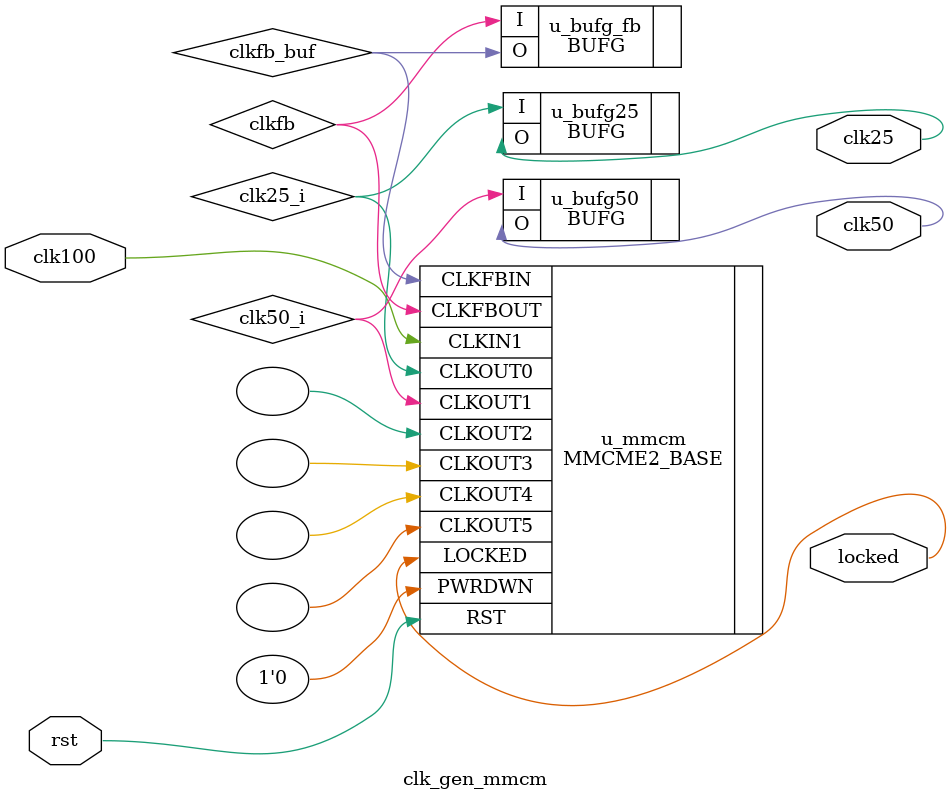
<source format=sv>
module clk_gen_mmcm(
    input  logic clk100,
    input  logic rst,       // Active-high.
    output logic clk25,
    output logic clk50,
    output logic locked
);
    // 100 MHz in -> VCO 800 MHz (x8) -> /32 = 25 MHz, /16 = 50 MHz
    logic clkfb, clkfb_buf;
    logic clk25_i, clk50_i;

    MMCME2_BASE #(
        .BANDWIDTH("OPTIMIZED"),
        .CLKIN1_PERIOD(10.000),
        .CLKFBOUT_MULT_F(8.000),
        .DIVCLK_DIVIDE(1),

        .CLKOUT0_DIVIDE_F(32.000),  // 25 MHz
        .CLKOUT1_DIVIDE(16),        // 50 MHz

        .CLKOUT0_PHASE(0.0),
        .CLKOUT1_PHASE(0.0),
        .CLKOUT0_DUTY_CYCLE(0.5),
        .CLKOUT1_DUTY_CYCLE(0.5),

        .REF_JITTER1(0.010),
        .STARTUP_WAIT("FALSE")
    ) u_mmcm (
        .CLKIN1(clk100),
        .CLKFBIN(clkfb_buf),
        .RST(rst),
        .PWRDWN(1'b0),

        .CLKFBOUT(clkfb),
        .CLKOUT0(clk25_i),
        .CLKOUT1(clk50_i),
        .CLKOUT2(),
        .CLKOUT3(),
        .CLKOUT4(),
        .CLKOUT5(),

        .LOCKED(locked)
    );

    BUFG u_bufg_fb(.I(clkfb),   .O(clkfb_buf));
    BUFG u_bufg25 (.I(clk25_i), .O(clk25));
    BUFG u_bufg50 (.I(clk50_i), .O(clk50));
endmodule

</source>
